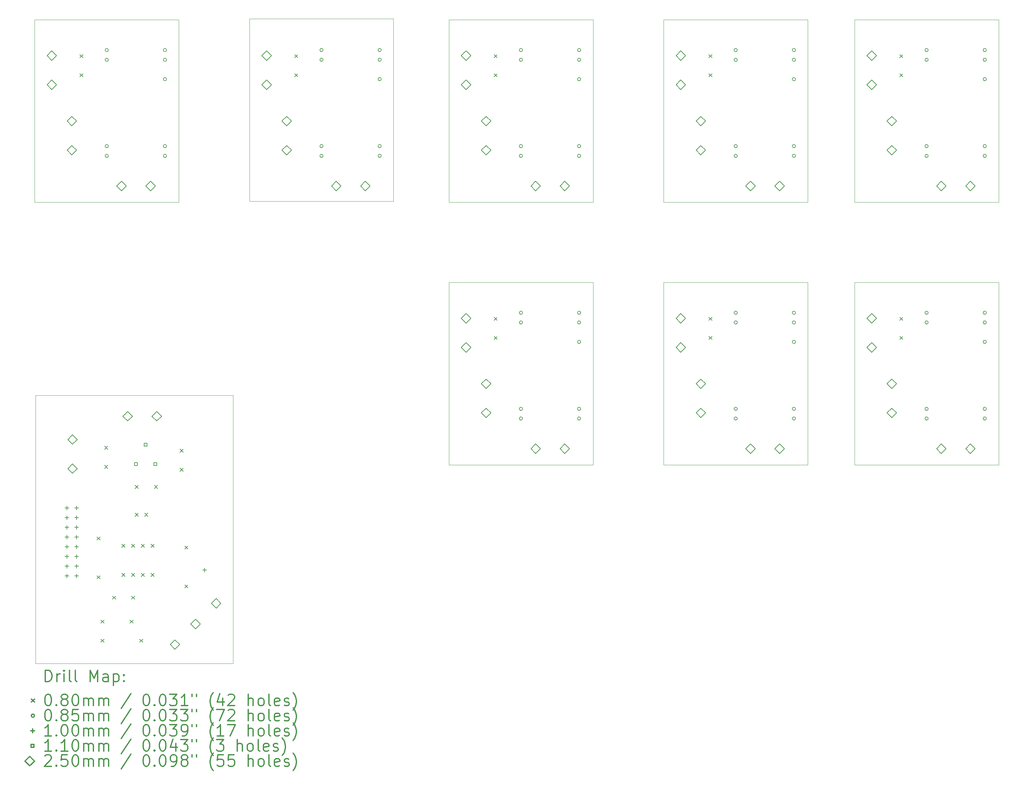
<source format=gbr>
%FSLAX45Y45*%
G04 Gerber Fmt 4.5, Leading zero omitted, Abs format (unit mm)*
G04 Created by KiCad (PCBNEW 5.1.5-1.fc30) date 2021-07-16 22:34:20*
%MOMM*%
%LPD*%
G04 APERTURE LIST*
%TA.AperFunction,Profile*%
%ADD10C,0.100000*%
%TD*%
%ADD11C,0.200000*%
%ADD12C,0.300000*%
G04 APERTURE END LIST*
D10*
X7675000Y-11625000D02*
X7675000Y-18650000D01*
X2500000Y-11625000D02*
X7675000Y-11625000D01*
X2500000Y-18650000D02*
X2500000Y-11625000D01*
X7675000Y-18650000D02*
X2500000Y-18650000D01*
X13325000Y-8675000D02*
X17100000Y-8675000D01*
X17100000Y-8675000D02*
X17100000Y-13450000D01*
X17100000Y-13450000D02*
X13325000Y-13450000D01*
X13325000Y-13450000D02*
X13325000Y-8675000D01*
X18950000Y-8675000D02*
X22725000Y-8675000D01*
X22725000Y-8675000D02*
X22725000Y-13450000D01*
X22725000Y-13450000D02*
X18950000Y-13450000D01*
X18950000Y-13450000D02*
X18950000Y-8675000D01*
X23950000Y-8675000D02*
X27725000Y-8675000D01*
X27725000Y-8675000D02*
X27725000Y-13450000D01*
X27725000Y-13450000D02*
X23950000Y-13450000D01*
X23950000Y-13450000D02*
X23950000Y-8675000D01*
X23950000Y-1800000D02*
X27725000Y-1800000D01*
X27725000Y-1800000D02*
X27725000Y-6575000D01*
X27725000Y-6575000D02*
X23950000Y-6575000D01*
X23950000Y-6575000D02*
X23950000Y-1800000D01*
X18950000Y-1800000D02*
X22725000Y-1800000D01*
X22725000Y-1800000D02*
X22725000Y-6575000D01*
X22725000Y-6575000D02*
X18950000Y-6575000D01*
X18950000Y-6575000D02*
X18950000Y-1800000D01*
X13325000Y-1800000D02*
X17100000Y-1800000D01*
X17100000Y-1800000D02*
X17100000Y-6575000D01*
X17100000Y-6575000D02*
X13325000Y-6575000D01*
X13325000Y-6575000D02*
X13325000Y-1800000D01*
X11875000Y-1775000D02*
X11875000Y-6550000D01*
X11875000Y-6550000D02*
X8100000Y-6550000D01*
X8100000Y-1775000D02*
X11875000Y-1775000D01*
X8100000Y-6550000D02*
X8100000Y-1775000D01*
X6250000Y-1800000D02*
X6250000Y-6575000D01*
X2475000Y-1800000D02*
X6250000Y-1800000D01*
X2475000Y-6575000D02*
X2475000Y-1800000D01*
X6250000Y-6575000D02*
X2475000Y-6575000D01*
D11*
X6410000Y-15569000D02*
X6490000Y-15649000D01*
X6490000Y-15569000D02*
X6410000Y-15649000D01*
X6410000Y-16585000D02*
X6490000Y-16665000D01*
X6490000Y-16585000D02*
X6410000Y-16665000D01*
X4210000Y-17510000D02*
X4290000Y-17590000D01*
X4290000Y-17510000D02*
X4210000Y-17590000D01*
X4972000Y-17510000D02*
X5052000Y-17590000D01*
X5052000Y-17510000D02*
X4972000Y-17590000D01*
X25135000Y-9585000D02*
X25215000Y-9665000D01*
X25215000Y-9585000D02*
X25135000Y-9665000D01*
X25135000Y-10085000D02*
X25215000Y-10165000D01*
X25215000Y-10085000D02*
X25135000Y-10165000D01*
X5110000Y-14710000D02*
X5190000Y-14790000D01*
X5190000Y-14710000D02*
X5110000Y-14790000D01*
X5360000Y-14710000D02*
X5440000Y-14790000D01*
X5440000Y-14710000D02*
X5360000Y-14790000D01*
X4210000Y-18010000D02*
X4290000Y-18090000D01*
X4290000Y-18010000D02*
X4210000Y-18090000D01*
X5226000Y-18010000D02*
X5306000Y-18090000D01*
X5306000Y-18010000D02*
X5226000Y-18090000D01*
X5110000Y-13985000D02*
X5190000Y-14065000D01*
X5190000Y-13985000D02*
X5110000Y-14065000D01*
X5610000Y-13985000D02*
X5690000Y-14065000D01*
X5690000Y-13985000D02*
X5610000Y-14065000D01*
X14510000Y-9585000D02*
X14590000Y-9665000D01*
X14590000Y-9585000D02*
X14510000Y-9665000D01*
X14510000Y-10085000D02*
X14590000Y-10165000D01*
X14590000Y-10085000D02*
X14510000Y-10165000D01*
X3660000Y-2710000D02*
X3740000Y-2790000D01*
X3740000Y-2710000D02*
X3660000Y-2790000D01*
X3660000Y-3210000D02*
X3740000Y-3290000D01*
X3740000Y-3210000D02*
X3660000Y-3290000D01*
X4110000Y-15335000D02*
X4190000Y-15415000D01*
X4190000Y-15335000D02*
X4110000Y-15415000D01*
X4110000Y-16351000D02*
X4190000Y-16431000D01*
X4190000Y-16351000D02*
X4110000Y-16431000D01*
X25135000Y-2710000D02*
X25215000Y-2790000D01*
X25215000Y-2710000D02*
X25135000Y-2790000D01*
X25135000Y-3210000D02*
X25215000Y-3290000D01*
X25215000Y-3210000D02*
X25135000Y-3290000D01*
X9285000Y-2710000D02*
X9365000Y-2790000D01*
X9365000Y-2710000D02*
X9285000Y-2790000D01*
X9285000Y-3210000D02*
X9365000Y-3290000D01*
X9365000Y-3210000D02*
X9285000Y-3290000D01*
X14510000Y-2710000D02*
X14590000Y-2790000D01*
X14590000Y-2710000D02*
X14510000Y-2790000D01*
X14510000Y-3210000D02*
X14590000Y-3290000D01*
X14590000Y-3210000D02*
X14510000Y-3290000D01*
X4310000Y-12960000D02*
X4390000Y-13040000D01*
X4390000Y-12960000D02*
X4310000Y-13040000D01*
X4310000Y-13460000D02*
X4390000Y-13540000D01*
X4390000Y-13460000D02*
X4310000Y-13540000D01*
X20135000Y-9585000D02*
X20215000Y-9665000D01*
X20215000Y-9585000D02*
X20135000Y-9665000D01*
X20135000Y-10085000D02*
X20215000Y-10165000D01*
X20215000Y-10085000D02*
X20135000Y-10165000D01*
X20135000Y-2710000D02*
X20215000Y-2790000D01*
X20215000Y-2710000D02*
X20135000Y-2790000D01*
X20135000Y-3210000D02*
X20215000Y-3290000D01*
X20215000Y-3210000D02*
X20135000Y-3290000D01*
X4760000Y-15523000D02*
X4840000Y-15603000D01*
X4840000Y-15523000D02*
X4760000Y-15603000D01*
X4760000Y-16285000D02*
X4840000Y-16365000D01*
X4840000Y-16285000D02*
X4760000Y-16365000D01*
X5014000Y-15523000D02*
X5094000Y-15603000D01*
X5094000Y-15523000D02*
X5014000Y-15603000D01*
X5014000Y-16285000D02*
X5094000Y-16365000D01*
X5094000Y-16285000D02*
X5014000Y-16365000D01*
X5268000Y-15523000D02*
X5348000Y-15603000D01*
X5348000Y-15523000D02*
X5268000Y-15603000D01*
X5268000Y-16285000D02*
X5348000Y-16365000D01*
X5348000Y-16285000D02*
X5268000Y-16365000D01*
X5522000Y-15523000D02*
X5602000Y-15603000D01*
X5602000Y-15523000D02*
X5522000Y-15603000D01*
X5522000Y-16285000D02*
X5602000Y-16365000D01*
X5602000Y-16285000D02*
X5522000Y-16365000D01*
X6285000Y-13035000D02*
X6365000Y-13115000D01*
X6365000Y-13035000D02*
X6285000Y-13115000D01*
X6285000Y-13535000D02*
X6365000Y-13615000D01*
X6365000Y-13535000D02*
X6285000Y-13615000D01*
X4515627Y-16882379D02*
X4595627Y-16962379D01*
X4595627Y-16882379D02*
X4515627Y-16962379D01*
X5015627Y-16882379D02*
X5095627Y-16962379D01*
X5095627Y-16882379D02*
X5015627Y-16962379D01*
X20880500Y-9466000D02*
G75*
G03X20880500Y-9466000I-42500J0D01*
G01*
X20880500Y-9720000D02*
G75*
G03X20880500Y-9720000I-42500J0D01*
G01*
X20880500Y-11980000D02*
G75*
G03X20880500Y-11980000I-42500J0D01*
G01*
X20880500Y-12234000D02*
G75*
G03X20880500Y-12234000I-42500J0D01*
G01*
X22404500Y-9466000D02*
G75*
G03X22404500Y-9466000I-42500J0D01*
G01*
X22404500Y-9720000D02*
G75*
G03X22404500Y-9720000I-42500J0D01*
G01*
X22404500Y-10228000D02*
G75*
G03X22404500Y-10228000I-42500J0D01*
G01*
X22404500Y-11980000D02*
G75*
G03X22404500Y-11980000I-42500J0D01*
G01*
X22404500Y-12234000D02*
G75*
G03X22404500Y-12234000I-42500J0D01*
G01*
X15255500Y-2591000D02*
G75*
G03X15255500Y-2591000I-42500J0D01*
G01*
X15255500Y-2845000D02*
G75*
G03X15255500Y-2845000I-42500J0D01*
G01*
X15255500Y-5105000D02*
G75*
G03X15255500Y-5105000I-42500J0D01*
G01*
X15255500Y-5359000D02*
G75*
G03X15255500Y-5359000I-42500J0D01*
G01*
X16779500Y-2591000D02*
G75*
G03X16779500Y-2591000I-42500J0D01*
G01*
X16779500Y-2845000D02*
G75*
G03X16779500Y-2845000I-42500J0D01*
G01*
X16779500Y-3353000D02*
G75*
G03X16779500Y-3353000I-42500J0D01*
G01*
X16779500Y-5105000D02*
G75*
G03X16779500Y-5105000I-42500J0D01*
G01*
X16779500Y-5359000D02*
G75*
G03X16779500Y-5359000I-42500J0D01*
G01*
X15255500Y-9466000D02*
G75*
G03X15255500Y-9466000I-42500J0D01*
G01*
X15255500Y-9720000D02*
G75*
G03X15255500Y-9720000I-42500J0D01*
G01*
X15255500Y-11980000D02*
G75*
G03X15255500Y-11980000I-42500J0D01*
G01*
X15255500Y-12234000D02*
G75*
G03X15255500Y-12234000I-42500J0D01*
G01*
X16779500Y-9466000D02*
G75*
G03X16779500Y-9466000I-42500J0D01*
G01*
X16779500Y-9720000D02*
G75*
G03X16779500Y-9720000I-42500J0D01*
G01*
X16779500Y-10228000D02*
G75*
G03X16779500Y-10228000I-42500J0D01*
G01*
X16779500Y-11980000D02*
G75*
G03X16779500Y-11980000I-42500J0D01*
G01*
X16779500Y-12234000D02*
G75*
G03X16779500Y-12234000I-42500J0D01*
G01*
X4405500Y-2591000D02*
G75*
G03X4405500Y-2591000I-42500J0D01*
G01*
X4405500Y-2845000D02*
G75*
G03X4405500Y-2845000I-42500J0D01*
G01*
X4405500Y-5105000D02*
G75*
G03X4405500Y-5105000I-42500J0D01*
G01*
X4405500Y-5359000D02*
G75*
G03X4405500Y-5359000I-42500J0D01*
G01*
X5929500Y-2591000D02*
G75*
G03X5929500Y-2591000I-42500J0D01*
G01*
X5929500Y-2845000D02*
G75*
G03X5929500Y-2845000I-42500J0D01*
G01*
X5929500Y-3353000D02*
G75*
G03X5929500Y-3353000I-42500J0D01*
G01*
X5929500Y-5105000D02*
G75*
G03X5929500Y-5105000I-42500J0D01*
G01*
X5929500Y-5359000D02*
G75*
G03X5929500Y-5359000I-42500J0D01*
G01*
X10030500Y-2591000D02*
G75*
G03X10030500Y-2591000I-42500J0D01*
G01*
X10030500Y-2845000D02*
G75*
G03X10030500Y-2845000I-42500J0D01*
G01*
X10030500Y-5105000D02*
G75*
G03X10030500Y-5105000I-42500J0D01*
G01*
X10030500Y-5359000D02*
G75*
G03X10030500Y-5359000I-42500J0D01*
G01*
X11554500Y-2591000D02*
G75*
G03X11554500Y-2591000I-42500J0D01*
G01*
X11554500Y-2845000D02*
G75*
G03X11554500Y-2845000I-42500J0D01*
G01*
X11554500Y-3353000D02*
G75*
G03X11554500Y-3353000I-42500J0D01*
G01*
X11554500Y-5105000D02*
G75*
G03X11554500Y-5105000I-42500J0D01*
G01*
X11554500Y-5359000D02*
G75*
G03X11554500Y-5359000I-42500J0D01*
G01*
X20880500Y-2591000D02*
G75*
G03X20880500Y-2591000I-42500J0D01*
G01*
X20880500Y-2845000D02*
G75*
G03X20880500Y-2845000I-42500J0D01*
G01*
X20880500Y-5105000D02*
G75*
G03X20880500Y-5105000I-42500J0D01*
G01*
X20880500Y-5359000D02*
G75*
G03X20880500Y-5359000I-42500J0D01*
G01*
X22404500Y-2591000D02*
G75*
G03X22404500Y-2591000I-42500J0D01*
G01*
X22404500Y-2845000D02*
G75*
G03X22404500Y-2845000I-42500J0D01*
G01*
X22404500Y-3353000D02*
G75*
G03X22404500Y-3353000I-42500J0D01*
G01*
X22404500Y-5105000D02*
G75*
G03X22404500Y-5105000I-42500J0D01*
G01*
X22404500Y-5359000D02*
G75*
G03X22404500Y-5359000I-42500J0D01*
G01*
X25880500Y-9466000D02*
G75*
G03X25880500Y-9466000I-42500J0D01*
G01*
X25880500Y-9720000D02*
G75*
G03X25880500Y-9720000I-42500J0D01*
G01*
X25880500Y-11980000D02*
G75*
G03X25880500Y-11980000I-42500J0D01*
G01*
X25880500Y-12234000D02*
G75*
G03X25880500Y-12234000I-42500J0D01*
G01*
X27404500Y-9466000D02*
G75*
G03X27404500Y-9466000I-42500J0D01*
G01*
X27404500Y-9720000D02*
G75*
G03X27404500Y-9720000I-42500J0D01*
G01*
X27404500Y-10228000D02*
G75*
G03X27404500Y-10228000I-42500J0D01*
G01*
X27404500Y-11980000D02*
G75*
G03X27404500Y-11980000I-42500J0D01*
G01*
X27404500Y-12234000D02*
G75*
G03X27404500Y-12234000I-42500J0D01*
G01*
X25880500Y-2591000D02*
G75*
G03X25880500Y-2591000I-42500J0D01*
G01*
X25880500Y-2845000D02*
G75*
G03X25880500Y-2845000I-42500J0D01*
G01*
X25880500Y-5105000D02*
G75*
G03X25880500Y-5105000I-42500J0D01*
G01*
X25880500Y-5359000D02*
G75*
G03X25880500Y-5359000I-42500J0D01*
G01*
X27404500Y-2591000D02*
G75*
G03X27404500Y-2591000I-42500J0D01*
G01*
X27404500Y-2845000D02*
G75*
G03X27404500Y-2845000I-42500J0D01*
G01*
X27404500Y-3353000D02*
G75*
G03X27404500Y-3353000I-42500J0D01*
G01*
X27404500Y-5105000D02*
G75*
G03X27404500Y-5105000I-42500J0D01*
G01*
X27404500Y-5359000D02*
G75*
G03X27404500Y-5359000I-42500J0D01*
G01*
X6925000Y-16150000D02*
X6925000Y-16250000D01*
X6875000Y-16200000D02*
X6975000Y-16200000D01*
X3321000Y-14526000D02*
X3321000Y-14626000D01*
X3271000Y-14576000D02*
X3371000Y-14576000D01*
X3321000Y-14780000D02*
X3321000Y-14880000D01*
X3271000Y-14830000D02*
X3371000Y-14830000D01*
X3321000Y-15034000D02*
X3321000Y-15134000D01*
X3271000Y-15084000D02*
X3371000Y-15084000D01*
X3321000Y-15288000D02*
X3321000Y-15388000D01*
X3271000Y-15338000D02*
X3371000Y-15338000D01*
X3321000Y-15542000D02*
X3321000Y-15642000D01*
X3271000Y-15592000D02*
X3371000Y-15592000D01*
X3321000Y-15796000D02*
X3321000Y-15896000D01*
X3271000Y-15846000D02*
X3371000Y-15846000D01*
X3321000Y-16050000D02*
X3321000Y-16150000D01*
X3271000Y-16100000D02*
X3371000Y-16100000D01*
X3321000Y-16304000D02*
X3321000Y-16404000D01*
X3271000Y-16354000D02*
X3371000Y-16354000D01*
X3575000Y-14526000D02*
X3575000Y-14626000D01*
X3525000Y-14576000D02*
X3625000Y-14576000D01*
X3575000Y-14780000D02*
X3575000Y-14880000D01*
X3525000Y-14830000D02*
X3625000Y-14830000D01*
X3575000Y-15034000D02*
X3575000Y-15134000D01*
X3525000Y-15084000D02*
X3625000Y-15084000D01*
X3575000Y-15288000D02*
X3575000Y-15388000D01*
X3525000Y-15338000D02*
X3625000Y-15338000D01*
X3575000Y-15542000D02*
X3575000Y-15642000D01*
X3525000Y-15592000D02*
X3625000Y-15592000D01*
X3575000Y-15796000D02*
X3575000Y-15896000D01*
X3525000Y-15846000D02*
X3625000Y-15846000D01*
X3575000Y-16050000D02*
X3575000Y-16150000D01*
X3525000Y-16100000D02*
X3625000Y-16100000D01*
X3575000Y-16304000D02*
X3575000Y-16404000D01*
X3525000Y-16354000D02*
X3625000Y-16354000D01*
X5163891Y-13463891D02*
X5163891Y-13386109D01*
X5086109Y-13386109D01*
X5086109Y-13463891D01*
X5163891Y-13463891D01*
X5417891Y-12955891D02*
X5417891Y-12878109D01*
X5340109Y-12878109D01*
X5340109Y-12955891D01*
X5417891Y-12955891D01*
X5671891Y-13463891D02*
X5671891Y-13386109D01*
X5594109Y-13386109D01*
X5594109Y-13463891D01*
X5671891Y-13463891D01*
X10375000Y-6274968D02*
X10499968Y-6150000D01*
X10375000Y-6025032D01*
X10250032Y-6150000D01*
X10375000Y-6274968D01*
X11137000Y-6274968D02*
X11261968Y-6150000D01*
X11137000Y-6025032D01*
X11012032Y-6150000D01*
X11137000Y-6274968D01*
X14300000Y-11449968D02*
X14424968Y-11325000D01*
X14300000Y-11200032D01*
X14175032Y-11325000D01*
X14300000Y-11449968D01*
X14300000Y-12211968D02*
X14424968Y-12087000D01*
X14300000Y-11962032D01*
X14175032Y-12087000D01*
X14300000Y-12211968D01*
X9075000Y-4574968D02*
X9199968Y-4450000D01*
X9075000Y-4325032D01*
X8950032Y-4450000D01*
X9075000Y-4574968D01*
X9075000Y-5336968D02*
X9199968Y-5212000D01*
X9075000Y-5087032D01*
X8950032Y-5212000D01*
X9075000Y-5336968D01*
X26225000Y-6274968D02*
X26349968Y-6150000D01*
X26225000Y-6025032D01*
X26100032Y-6150000D01*
X26225000Y-6274968D01*
X26987000Y-6274968D02*
X27111968Y-6150000D01*
X26987000Y-6025032D01*
X26862032Y-6150000D01*
X26987000Y-6274968D01*
X13775000Y-9737968D02*
X13899968Y-9613000D01*
X13775000Y-9488032D01*
X13650032Y-9613000D01*
X13775000Y-9737968D01*
X13775000Y-10499968D02*
X13899968Y-10375000D01*
X13775000Y-10250032D01*
X13650032Y-10375000D01*
X13775000Y-10499968D01*
X4913000Y-12299968D02*
X5037968Y-12175000D01*
X4913000Y-12050032D01*
X4788032Y-12175000D01*
X4913000Y-12299968D01*
X5675000Y-12299968D02*
X5799968Y-12175000D01*
X5675000Y-12050032D01*
X5550032Y-12175000D01*
X5675000Y-12299968D01*
X24400000Y-2862968D02*
X24524968Y-2738000D01*
X24400000Y-2613032D01*
X24275032Y-2738000D01*
X24400000Y-2862968D01*
X24400000Y-3624968D02*
X24524968Y-3500000D01*
X24400000Y-3375032D01*
X24275032Y-3500000D01*
X24400000Y-3624968D01*
X3466861Y-12909609D02*
X3591829Y-12784641D01*
X3466861Y-12659673D01*
X3341893Y-12784641D01*
X3466861Y-12909609D01*
X3466861Y-13671609D02*
X3591829Y-13546641D01*
X3466861Y-13421673D01*
X3341893Y-13546641D01*
X3466861Y-13671609D01*
X19925000Y-11449968D02*
X20049968Y-11325000D01*
X19925000Y-11200032D01*
X19800032Y-11325000D01*
X19925000Y-11449968D01*
X19925000Y-12211968D02*
X20049968Y-12087000D01*
X19925000Y-11962032D01*
X19800032Y-12087000D01*
X19925000Y-12211968D01*
X24400000Y-9737968D02*
X24524968Y-9613000D01*
X24400000Y-9488032D01*
X24275032Y-9613000D01*
X24400000Y-9737968D01*
X24400000Y-10499968D02*
X24524968Y-10375000D01*
X24400000Y-10250032D01*
X24275032Y-10375000D01*
X24400000Y-10499968D01*
X19925000Y-4574968D02*
X20049968Y-4450000D01*
X19925000Y-4325032D01*
X19800032Y-4450000D01*
X19925000Y-4574968D01*
X19925000Y-5336968D02*
X20049968Y-5212000D01*
X19925000Y-5087032D01*
X19800032Y-5212000D01*
X19925000Y-5336968D01*
X3450000Y-4574968D02*
X3574968Y-4450000D01*
X3450000Y-4325032D01*
X3325032Y-4450000D01*
X3450000Y-4574968D01*
X3450000Y-5336968D02*
X3574968Y-5212000D01*
X3450000Y-5087032D01*
X3325032Y-5212000D01*
X3450000Y-5336968D01*
X6150000Y-18274968D02*
X6274968Y-18150000D01*
X6150000Y-18025032D01*
X6025032Y-18150000D01*
X6150000Y-18274968D01*
X6688815Y-17736153D02*
X6813783Y-17611185D01*
X6688815Y-17486217D01*
X6563847Y-17611185D01*
X6688815Y-17736153D01*
X7227631Y-17197337D02*
X7352599Y-17072369D01*
X7227631Y-16947401D01*
X7102663Y-17072369D01*
X7227631Y-17197337D01*
X19400000Y-2862968D02*
X19524968Y-2738000D01*
X19400000Y-2613032D01*
X19275032Y-2738000D01*
X19400000Y-2862968D01*
X19400000Y-3624968D02*
X19524968Y-3500000D01*
X19400000Y-3375032D01*
X19275032Y-3500000D01*
X19400000Y-3624968D01*
X21225000Y-6274968D02*
X21349968Y-6150000D01*
X21225000Y-6025032D01*
X21100032Y-6150000D01*
X21225000Y-6274968D01*
X21987000Y-6274968D02*
X22111968Y-6150000D01*
X21987000Y-6025032D01*
X21862032Y-6150000D01*
X21987000Y-6274968D01*
X8550000Y-2862968D02*
X8674968Y-2738000D01*
X8550000Y-2613032D01*
X8425032Y-2738000D01*
X8550000Y-2862968D01*
X8550000Y-3624968D02*
X8674968Y-3500000D01*
X8550000Y-3375032D01*
X8425032Y-3500000D01*
X8550000Y-3624968D01*
X24925000Y-4574968D02*
X25049968Y-4450000D01*
X24925000Y-4325032D01*
X24800032Y-4450000D01*
X24925000Y-4574968D01*
X24925000Y-5336968D02*
X25049968Y-5212000D01*
X24925000Y-5087032D01*
X24800032Y-5212000D01*
X24925000Y-5336968D01*
X13775000Y-2862968D02*
X13899968Y-2738000D01*
X13775000Y-2613032D01*
X13650032Y-2738000D01*
X13775000Y-2862968D01*
X13775000Y-3624968D02*
X13899968Y-3500000D01*
X13775000Y-3375032D01*
X13650032Y-3500000D01*
X13775000Y-3624968D01*
X2925000Y-2862968D02*
X3049968Y-2738000D01*
X2925000Y-2613032D01*
X2800032Y-2738000D01*
X2925000Y-2862968D01*
X2925000Y-3624968D02*
X3049968Y-3500000D01*
X2925000Y-3375032D01*
X2800032Y-3500000D01*
X2925000Y-3624968D01*
X4750000Y-6274968D02*
X4874968Y-6150000D01*
X4750000Y-6025032D01*
X4625032Y-6150000D01*
X4750000Y-6274968D01*
X5512000Y-6274968D02*
X5636968Y-6150000D01*
X5512000Y-6025032D01*
X5387032Y-6150000D01*
X5512000Y-6274968D01*
X24925000Y-11449968D02*
X25049968Y-11325000D01*
X24925000Y-11200032D01*
X24800032Y-11325000D01*
X24925000Y-11449968D01*
X24925000Y-12211968D02*
X25049968Y-12087000D01*
X24925000Y-11962032D01*
X24800032Y-12087000D01*
X24925000Y-12211968D01*
X15600000Y-6274968D02*
X15724968Y-6150000D01*
X15600000Y-6025032D01*
X15475032Y-6150000D01*
X15600000Y-6274968D01*
X16362000Y-6274968D02*
X16486968Y-6150000D01*
X16362000Y-6025032D01*
X16237032Y-6150000D01*
X16362000Y-6274968D01*
X26225000Y-13149968D02*
X26349968Y-13025000D01*
X26225000Y-12900032D01*
X26100032Y-13025000D01*
X26225000Y-13149968D01*
X26987000Y-13149968D02*
X27111968Y-13025000D01*
X26987000Y-12900032D01*
X26862032Y-13025000D01*
X26987000Y-13149968D01*
X15600000Y-13149968D02*
X15724968Y-13025000D01*
X15600000Y-12900032D01*
X15475032Y-13025000D01*
X15600000Y-13149968D01*
X16362000Y-13149968D02*
X16486968Y-13025000D01*
X16362000Y-12900032D01*
X16237032Y-13025000D01*
X16362000Y-13149968D01*
X14300000Y-4574968D02*
X14424968Y-4450000D01*
X14300000Y-4325032D01*
X14175032Y-4450000D01*
X14300000Y-4574968D01*
X14300000Y-5336968D02*
X14424968Y-5212000D01*
X14300000Y-5087032D01*
X14175032Y-5212000D01*
X14300000Y-5336968D01*
X21225000Y-13149968D02*
X21349968Y-13025000D01*
X21225000Y-12900032D01*
X21100032Y-13025000D01*
X21225000Y-13149968D01*
X21987000Y-13149968D02*
X22111968Y-13025000D01*
X21987000Y-12900032D01*
X21862032Y-13025000D01*
X21987000Y-13149968D01*
X19400000Y-9737968D02*
X19524968Y-9613000D01*
X19400000Y-9488032D01*
X19275032Y-9613000D01*
X19400000Y-9737968D01*
X19400000Y-10499968D02*
X19524968Y-10375000D01*
X19400000Y-10250032D01*
X19275032Y-10375000D01*
X19400000Y-10499968D01*
D12*
X2756428Y-19120714D02*
X2756428Y-18820714D01*
X2827857Y-18820714D01*
X2870714Y-18835000D01*
X2899286Y-18863572D01*
X2913571Y-18892143D01*
X2927857Y-18949286D01*
X2927857Y-18992143D01*
X2913571Y-19049286D01*
X2899286Y-19077857D01*
X2870714Y-19106429D01*
X2827857Y-19120714D01*
X2756428Y-19120714D01*
X3056428Y-19120714D02*
X3056428Y-18920714D01*
X3056428Y-18977857D02*
X3070714Y-18949286D01*
X3085000Y-18935000D01*
X3113571Y-18920714D01*
X3142143Y-18920714D01*
X3242143Y-19120714D02*
X3242143Y-18920714D01*
X3242143Y-18820714D02*
X3227857Y-18835000D01*
X3242143Y-18849286D01*
X3256428Y-18835000D01*
X3242143Y-18820714D01*
X3242143Y-18849286D01*
X3427857Y-19120714D02*
X3399286Y-19106429D01*
X3385000Y-19077857D01*
X3385000Y-18820714D01*
X3585000Y-19120714D02*
X3556428Y-19106429D01*
X3542143Y-19077857D01*
X3542143Y-18820714D01*
X3927857Y-19120714D02*
X3927857Y-18820714D01*
X4027857Y-19035000D01*
X4127857Y-18820714D01*
X4127857Y-19120714D01*
X4399286Y-19120714D02*
X4399286Y-18963572D01*
X4385000Y-18935000D01*
X4356428Y-18920714D01*
X4299286Y-18920714D01*
X4270714Y-18935000D01*
X4399286Y-19106429D02*
X4370714Y-19120714D01*
X4299286Y-19120714D01*
X4270714Y-19106429D01*
X4256428Y-19077857D01*
X4256428Y-19049286D01*
X4270714Y-19020714D01*
X4299286Y-19006429D01*
X4370714Y-19006429D01*
X4399286Y-18992143D01*
X4542143Y-18920714D02*
X4542143Y-19220714D01*
X4542143Y-18935000D02*
X4570714Y-18920714D01*
X4627857Y-18920714D01*
X4656428Y-18935000D01*
X4670714Y-18949286D01*
X4685000Y-18977857D01*
X4685000Y-19063572D01*
X4670714Y-19092143D01*
X4656428Y-19106429D01*
X4627857Y-19120714D01*
X4570714Y-19120714D01*
X4542143Y-19106429D01*
X4813571Y-19092143D02*
X4827857Y-19106429D01*
X4813571Y-19120714D01*
X4799286Y-19106429D01*
X4813571Y-19092143D01*
X4813571Y-19120714D01*
X4813571Y-18935000D02*
X4827857Y-18949286D01*
X4813571Y-18963572D01*
X4799286Y-18949286D01*
X4813571Y-18935000D01*
X4813571Y-18963572D01*
X2390000Y-19575000D02*
X2470000Y-19655000D01*
X2470000Y-19575000D02*
X2390000Y-19655000D01*
X2813571Y-19450714D02*
X2842143Y-19450714D01*
X2870714Y-19465000D01*
X2885000Y-19479286D01*
X2899286Y-19507857D01*
X2913571Y-19565000D01*
X2913571Y-19636429D01*
X2899286Y-19693572D01*
X2885000Y-19722143D01*
X2870714Y-19736429D01*
X2842143Y-19750714D01*
X2813571Y-19750714D01*
X2785000Y-19736429D01*
X2770714Y-19722143D01*
X2756428Y-19693572D01*
X2742143Y-19636429D01*
X2742143Y-19565000D01*
X2756428Y-19507857D01*
X2770714Y-19479286D01*
X2785000Y-19465000D01*
X2813571Y-19450714D01*
X3042143Y-19722143D02*
X3056428Y-19736429D01*
X3042143Y-19750714D01*
X3027857Y-19736429D01*
X3042143Y-19722143D01*
X3042143Y-19750714D01*
X3227857Y-19579286D02*
X3199286Y-19565000D01*
X3185000Y-19550714D01*
X3170714Y-19522143D01*
X3170714Y-19507857D01*
X3185000Y-19479286D01*
X3199286Y-19465000D01*
X3227857Y-19450714D01*
X3285000Y-19450714D01*
X3313571Y-19465000D01*
X3327857Y-19479286D01*
X3342143Y-19507857D01*
X3342143Y-19522143D01*
X3327857Y-19550714D01*
X3313571Y-19565000D01*
X3285000Y-19579286D01*
X3227857Y-19579286D01*
X3199286Y-19593572D01*
X3185000Y-19607857D01*
X3170714Y-19636429D01*
X3170714Y-19693572D01*
X3185000Y-19722143D01*
X3199286Y-19736429D01*
X3227857Y-19750714D01*
X3285000Y-19750714D01*
X3313571Y-19736429D01*
X3327857Y-19722143D01*
X3342143Y-19693572D01*
X3342143Y-19636429D01*
X3327857Y-19607857D01*
X3313571Y-19593572D01*
X3285000Y-19579286D01*
X3527857Y-19450714D02*
X3556428Y-19450714D01*
X3585000Y-19465000D01*
X3599286Y-19479286D01*
X3613571Y-19507857D01*
X3627857Y-19565000D01*
X3627857Y-19636429D01*
X3613571Y-19693572D01*
X3599286Y-19722143D01*
X3585000Y-19736429D01*
X3556428Y-19750714D01*
X3527857Y-19750714D01*
X3499286Y-19736429D01*
X3485000Y-19722143D01*
X3470714Y-19693572D01*
X3456428Y-19636429D01*
X3456428Y-19565000D01*
X3470714Y-19507857D01*
X3485000Y-19479286D01*
X3499286Y-19465000D01*
X3527857Y-19450714D01*
X3756428Y-19750714D02*
X3756428Y-19550714D01*
X3756428Y-19579286D02*
X3770714Y-19565000D01*
X3799286Y-19550714D01*
X3842143Y-19550714D01*
X3870714Y-19565000D01*
X3885000Y-19593572D01*
X3885000Y-19750714D01*
X3885000Y-19593572D02*
X3899286Y-19565000D01*
X3927857Y-19550714D01*
X3970714Y-19550714D01*
X3999286Y-19565000D01*
X4013571Y-19593572D01*
X4013571Y-19750714D01*
X4156428Y-19750714D02*
X4156428Y-19550714D01*
X4156428Y-19579286D02*
X4170714Y-19565000D01*
X4199286Y-19550714D01*
X4242143Y-19550714D01*
X4270714Y-19565000D01*
X4285000Y-19593572D01*
X4285000Y-19750714D01*
X4285000Y-19593572D02*
X4299286Y-19565000D01*
X4327857Y-19550714D01*
X4370714Y-19550714D01*
X4399286Y-19565000D01*
X4413571Y-19593572D01*
X4413571Y-19750714D01*
X4999286Y-19436429D02*
X4742143Y-19822143D01*
X5385000Y-19450714D02*
X5413571Y-19450714D01*
X5442143Y-19465000D01*
X5456428Y-19479286D01*
X5470714Y-19507857D01*
X5485000Y-19565000D01*
X5485000Y-19636429D01*
X5470714Y-19693572D01*
X5456428Y-19722143D01*
X5442143Y-19736429D01*
X5413571Y-19750714D01*
X5385000Y-19750714D01*
X5356428Y-19736429D01*
X5342143Y-19722143D01*
X5327857Y-19693572D01*
X5313571Y-19636429D01*
X5313571Y-19565000D01*
X5327857Y-19507857D01*
X5342143Y-19479286D01*
X5356428Y-19465000D01*
X5385000Y-19450714D01*
X5613571Y-19722143D02*
X5627857Y-19736429D01*
X5613571Y-19750714D01*
X5599286Y-19736429D01*
X5613571Y-19722143D01*
X5613571Y-19750714D01*
X5813571Y-19450714D02*
X5842143Y-19450714D01*
X5870714Y-19465000D01*
X5885000Y-19479286D01*
X5899286Y-19507857D01*
X5913571Y-19565000D01*
X5913571Y-19636429D01*
X5899286Y-19693572D01*
X5885000Y-19722143D01*
X5870714Y-19736429D01*
X5842143Y-19750714D01*
X5813571Y-19750714D01*
X5785000Y-19736429D01*
X5770714Y-19722143D01*
X5756428Y-19693572D01*
X5742143Y-19636429D01*
X5742143Y-19565000D01*
X5756428Y-19507857D01*
X5770714Y-19479286D01*
X5785000Y-19465000D01*
X5813571Y-19450714D01*
X6013571Y-19450714D02*
X6199286Y-19450714D01*
X6099286Y-19565000D01*
X6142143Y-19565000D01*
X6170714Y-19579286D01*
X6185000Y-19593572D01*
X6199286Y-19622143D01*
X6199286Y-19693572D01*
X6185000Y-19722143D01*
X6170714Y-19736429D01*
X6142143Y-19750714D01*
X6056428Y-19750714D01*
X6027857Y-19736429D01*
X6013571Y-19722143D01*
X6485000Y-19750714D02*
X6313571Y-19750714D01*
X6399286Y-19750714D02*
X6399286Y-19450714D01*
X6370714Y-19493572D01*
X6342143Y-19522143D01*
X6313571Y-19536429D01*
X6599286Y-19450714D02*
X6599286Y-19507857D01*
X6713571Y-19450714D02*
X6713571Y-19507857D01*
X7156428Y-19865000D02*
X7142143Y-19850714D01*
X7113571Y-19807857D01*
X7099286Y-19779286D01*
X7085000Y-19736429D01*
X7070714Y-19665000D01*
X7070714Y-19607857D01*
X7085000Y-19536429D01*
X7099286Y-19493572D01*
X7113571Y-19465000D01*
X7142143Y-19422143D01*
X7156428Y-19407857D01*
X7399286Y-19550714D02*
X7399286Y-19750714D01*
X7327857Y-19436429D02*
X7256428Y-19650714D01*
X7442143Y-19650714D01*
X7542143Y-19479286D02*
X7556428Y-19465000D01*
X7585000Y-19450714D01*
X7656428Y-19450714D01*
X7685000Y-19465000D01*
X7699286Y-19479286D01*
X7713571Y-19507857D01*
X7713571Y-19536429D01*
X7699286Y-19579286D01*
X7527857Y-19750714D01*
X7713571Y-19750714D01*
X8070714Y-19750714D02*
X8070714Y-19450714D01*
X8199286Y-19750714D02*
X8199286Y-19593572D01*
X8185000Y-19565000D01*
X8156428Y-19550714D01*
X8113571Y-19550714D01*
X8085000Y-19565000D01*
X8070714Y-19579286D01*
X8385000Y-19750714D02*
X8356428Y-19736429D01*
X8342143Y-19722143D01*
X8327857Y-19693572D01*
X8327857Y-19607857D01*
X8342143Y-19579286D01*
X8356428Y-19565000D01*
X8385000Y-19550714D01*
X8427857Y-19550714D01*
X8456428Y-19565000D01*
X8470714Y-19579286D01*
X8485000Y-19607857D01*
X8485000Y-19693572D01*
X8470714Y-19722143D01*
X8456428Y-19736429D01*
X8427857Y-19750714D01*
X8385000Y-19750714D01*
X8656428Y-19750714D02*
X8627857Y-19736429D01*
X8613571Y-19707857D01*
X8613571Y-19450714D01*
X8885000Y-19736429D02*
X8856428Y-19750714D01*
X8799286Y-19750714D01*
X8770714Y-19736429D01*
X8756428Y-19707857D01*
X8756428Y-19593572D01*
X8770714Y-19565000D01*
X8799286Y-19550714D01*
X8856428Y-19550714D01*
X8885000Y-19565000D01*
X8899286Y-19593572D01*
X8899286Y-19622143D01*
X8756428Y-19650714D01*
X9013571Y-19736429D02*
X9042143Y-19750714D01*
X9099286Y-19750714D01*
X9127857Y-19736429D01*
X9142143Y-19707857D01*
X9142143Y-19693572D01*
X9127857Y-19665000D01*
X9099286Y-19650714D01*
X9056428Y-19650714D01*
X9027857Y-19636429D01*
X9013571Y-19607857D01*
X9013571Y-19593572D01*
X9027857Y-19565000D01*
X9056428Y-19550714D01*
X9099286Y-19550714D01*
X9127857Y-19565000D01*
X9242143Y-19865000D02*
X9256428Y-19850714D01*
X9285000Y-19807857D01*
X9299286Y-19779286D01*
X9313571Y-19736429D01*
X9327857Y-19665000D01*
X9327857Y-19607857D01*
X9313571Y-19536429D01*
X9299286Y-19493572D01*
X9285000Y-19465000D01*
X9256428Y-19422143D01*
X9242143Y-19407857D01*
X2470000Y-20011000D02*
G75*
G03X2470000Y-20011000I-42500J0D01*
G01*
X2813571Y-19846714D02*
X2842143Y-19846714D01*
X2870714Y-19861000D01*
X2885000Y-19875286D01*
X2899286Y-19903857D01*
X2913571Y-19961000D01*
X2913571Y-20032429D01*
X2899286Y-20089572D01*
X2885000Y-20118143D01*
X2870714Y-20132429D01*
X2842143Y-20146714D01*
X2813571Y-20146714D01*
X2785000Y-20132429D01*
X2770714Y-20118143D01*
X2756428Y-20089572D01*
X2742143Y-20032429D01*
X2742143Y-19961000D01*
X2756428Y-19903857D01*
X2770714Y-19875286D01*
X2785000Y-19861000D01*
X2813571Y-19846714D01*
X3042143Y-20118143D02*
X3056428Y-20132429D01*
X3042143Y-20146714D01*
X3027857Y-20132429D01*
X3042143Y-20118143D01*
X3042143Y-20146714D01*
X3227857Y-19975286D02*
X3199286Y-19961000D01*
X3185000Y-19946714D01*
X3170714Y-19918143D01*
X3170714Y-19903857D01*
X3185000Y-19875286D01*
X3199286Y-19861000D01*
X3227857Y-19846714D01*
X3285000Y-19846714D01*
X3313571Y-19861000D01*
X3327857Y-19875286D01*
X3342143Y-19903857D01*
X3342143Y-19918143D01*
X3327857Y-19946714D01*
X3313571Y-19961000D01*
X3285000Y-19975286D01*
X3227857Y-19975286D01*
X3199286Y-19989572D01*
X3185000Y-20003857D01*
X3170714Y-20032429D01*
X3170714Y-20089572D01*
X3185000Y-20118143D01*
X3199286Y-20132429D01*
X3227857Y-20146714D01*
X3285000Y-20146714D01*
X3313571Y-20132429D01*
X3327857Y-20118143D01*
X3342143Y-20089572D01*
X3342143Y-20032429D01*
X3327857Y-20003857D01*
X3313571Y-19989572D01*
X3285000Y-19975286D01*
X3613571Y-19846714D02*
X3470714Y-19846714D01*
X3456428Y-19989572D01*
X3470714Y-19975286D01*
X3499286Y-19961000D01*
X3570714Y-19961000D01*
X3599286Y-19975286D01*
X3613571Y-19989572D01*
X3627857Y-20018143D01*
X3627857Y-20089572D01*
X3613571Y-20118143D01*
X3599286Y-20132429D01*
X3570714Y-20146714D01*
X3499286Y-20146714D01*
X3470714Y-20132429D01*
X3456428Y-20118143D01*
X3756428Y-20146714D02*
X3756428Y-19946714D01*
X3756428Y-19975286D02*
X3770714Y-19961000D01*
X3799286Y-19946714D01*
X3842143Y-19946714D01*
X3870714Y-19961000D01*
X3885000Y-19989572D01*
X3885000Y-20146714D01*
X3885000Y-19989572D02*
X3899286Y-19961000D01*
X3927857Y-19946714D01*
X3970714Y-19946714D01*
X3999286Y-19961000D01*
X4013571Y-19989572D01*
X4013571Y-20146714D01*
X4156428Y-20146714D02*
X4156428Y-19946714D01*
X4156428Y-19975286D02*
X4170714Y-19961000D01*
X4199286Y-19946714D01*
X4242143Y-19946714D01*
X4270714Y-19961000D01*
X4285000Y-19989572D01*
X4285000Y-20146714D01*
X4285000Y-19989572D02*
X4299286Y-19961000D01*
X4327857Y-19946714D01*
X4370714Y-19946714D01*
X4399286Y-19961000D01*
X4413571Y-19989572D01*
X4413571Y-20146714D01*
X4999286Y-19832429D02*
X4742143Y-20218143D01*
X5385000Y-19846714D02*
X5413571Y-19846714D01*
X5442143Y-19861000D01*
X5456428Y-19875286D01*
X5470714Y-19903857D01*
X5485000Y-19961000D01*
X5485000Y-20032429D01*
X5470714Y-20089572D01*
X5456428Y-20118143D01*
X5442143Y-20132429D01*
X5413571Y-20146714D01*
X5385000Y-20146714D01*
X5356428Y-20132429D01*
X5342143Y-20118143D01*
X5327857Y-20089572D01*
X5313571Y-20032429D01*
X5313571Y-19961000D01*
X5327857Y-19903857D01*
X5342143Y-19875286D01*
X5356428Y-19861000D01*
X5385000Y-19846714D01*
X5613571Y-20118143D02*
X5627857Y-20132429D01*
X5613571Y-20146714D01*
X5599286Y-20132429D01*
X5613571Y-20118143D01*
X5613571Y-20146714D01*
X5813571Y-19846714D02*
X5842143Y-19846714D01*
X5870714Y-19861000D01*
X5885000Y-19875286D01*
X5899286Y-19903857D01*
X5913571Y-19961000D01*
X5913571Y-20032429D01*
X5899286Y-20089572D01*
X5885000Y-20118143D01*
X5870714Y-20132429D01*
X5842143Y-20146714D01*
X5813571Y-20146714D01*
X5785000Y-20132429D01*
X5770714Y-20118143D01*
X5756428Y-20089572D01*
X5742143Y-20032429D01*
X5742143Y-19961000D01*
X5756428Y-19903857D01*
X5770714Y-19875286D01*
X5785000Y-19861000D01*
X5813571Y-19846714D01*
X6013571Y-19846714D02*
X6199286Y-19846714D01*
X6099286Y-19961000D01*
X6142143Y-19961000D01*
X6170714Y-19975286D01*
X6185000Y-19989572D01*
X6199286Y-20018143D01*
X6199286Y-20089572D01*
X6185000Y-20118143D01*
X6170714Y-20132429D01*
X6142143Y-20146714D01*
X6056428Y-20146714D01*
X6027857Y-20132429D01*
X6013571Y-20118143D01*
X6299286Y-19846714D02*
X6485000Y-19846714D01*
X6385000Y-19961000D01*
X6427857Y-19961000D01*
X6456428Y-19975286D01*
X6470714Y-19989572D01*
X6485000Y-20018143D01*
X6485000Y-20089572D01*
X6470714Y-20118143D01*
X6456428Y-20132429D01*
X6427857Y-20146714D01*
X6342143Y-20146714D01*
X6313571Y-20132429D01*
X6299286Y-20118143D01*
X6599286Y-19846714D02*
X6599286Y-19903857D01*
X6713571Y-19846714D02*
X6713571Y-19903857D01*
X7156428Y-20261000D02*
X7142143Y-20246714D01*
X7113571Y-20203857D01*
X7099286Y-20175286D01*
X7085000Y-20132429D01*
X7070714Y-20061000D01*
X7070714Y-20003857D01*
X7085000Y-19932429D01*
X7099286Y-19889572D01*
X7113571Y-19861000D01*
X7142143Y-19818143D01*
X7156428Y-19803857D01*
X7242143Y-19846714D02*
X7442143Y-19846714D01*
X7313571Y-20146714D01*
X7542143Y-19875286D02*
X7556428Y-19861000D01*
X7585000Y-19846714D01*
X7656428Y-19846714D01*
X7685000Y-19861000D01*
X7699286Y-19875286D01*
X7713571Y-19903857D01*
X7713571Y-19932429D01*
X7699286Y-19975286D01*
X7527857Y-20146714D01*
X7713571Y-20146714D01*
X8070714Y-20146714D02*
X8070714Y-19846714D01*
X8199286Y-20146714D02*
X8199286Y-19989572D01*
X8185000Y-19961000D01*
X8156428Y-19946714D01*
X8113571Y-19946714D01*
X8085000Y-19961000D01*
X8070714Y-19975286D01*
X8385000Y-20146714D02*
X8356428Y-20132429D01*
X8342143Y-20118143D01*
X8327857Y-20089572D01*
X8327857Y-20003857D01*
X8342143Y-19975286D01*
X8356428Y-19961000D01*
X8385000Y-19946714D01*
X8427857Y-19946714D01*
X8456428Y-19961000D01*
X8470714Y-19975286D01*
X8485000Y-20003857D01*
X8485000Y-20089572D01*
X8470714Y-20118143D01*
X8456428Y-20132429D01*
X8427857Y-20146714D01*
X8385000Y-20146714D01*
X8656428Y-20146714D02*
X8627857Y-20132429D01*
X8613571Y-20103857D01*
X8613571Y-19846714D01*
X8885000Y-20132429D02*
X8856428Y-20146714D01*
X8799286Y-20146714D01*
X8770714Y-20132429D01*
X8756428Y-20103857D01*
X8756428Y-19989572D01*
X8770714Y-19961000D01*
X8799286Y-19946714D01*
X8856428Y-19946714D01*
X8885000Y-19961000D01*
X8899286Y-19989572D01*
X8899286Y-20018143D01*
X8756428Y-20046714D01*
X9013571Y-20132429D02*
X9042143Y-20146714D01*
X9099286Y-20146714D01*
X9127857Y-20132429D01*
X9142143Y-20103857D01*
X9142143Y-20089572D01*
X9127857Y-20061000D01*
X9099286Y-20046714D01*
X9056428Y-20046714D01*
X9027857Y-20032429D01*
X9013571Y-20003857D01*
X9013571Y-19989572D01*
X9027857Y-19961000D01*
X9056428Y-19946714D01*
X9099286Y-19946714D01*
X9127857Y-19961000D01*
X9242143Y-20261000D02*
X9256428Y-20246714D01*
X9285000Y-20203857D01*
X9299286Y-20175286D01*
X9313571Y-20132429D01*
X9327857Y-20061000D01*
X9327857Y-20003857D01*
X9313571Y-19932429D01*
X9299286Y-19889572D01*
X9285000Y-19861000D01*
X9256428Y-19818143D01*
X9242143Y-19803857D01*
X2420000Y-20357000D02*
X2420000Y-20457000D01*
X2370000Y-20407000D02*
X2470000Y-20407000D01*
X2913571Y-20542714D02*
X2742143Y-20542714D01*
X2827857Y-20542714D02*
X2827857Y-20242714D01*
X2799286Y-20285572D01*
X2770714Y-20314143D01*
X2742143Y-20328429D01*
X3042143Y-20514143D02*
X3056428Y-20528429D01*
X3042143Y-20542714D01*
X3027857Y-20528429D01*
X3042143Y-20514143D01*
X3042143Y-20542714D01*
X3242143Y-20242714D02*
X3270714Y-20242714D01*
X3299286Y-20257000D01*
X3313571Y-20271286D01*
X3327857Y-20299857D01*
X3342143Y-20357000D01*
X3342143Y-20428429D01*
X3327857Y-20485572D01*
X3313571Y-20514143D01*
X3299286Y-20528429D01*
X3270714Y-20542714D01*
X3242143Y-20542714D01*
X3213571Y-20528429D01*
X3199286Y-20514143D01*
X3185000Y-20485572D01*
X3170714Y-20428429D01*
X3170714Y-20357000D01*
X3185000Y-20299857D01*
X3199286Y-20271286D01*
X3213571Y-20257000D01*
X3242143Y-20242714D01*
X3527857Y-20242714D02*
X3556428Y-20242714D01*
X3585000Y-20257000D01*
X3599286Y-20271286D01*
X3613571Y-20299857D01*
X3627857Y-20357000D01*
X3627857Y-20428429D01*
X3613571Y-20485572D01*
X3599286Y-20514143D01*
X3585000Y-20528429D01*
X3556428Y-20542714D01*
X3527857Y-20542714D01*
X3499286Y-20528429D01*
X3485000Y-20514143D01*
X3470714Y-20485572D01*
X3456428Y-20428429D01*
X3456428Y-20357000D01*
X3470714Y-20299857D01*
X3485000Y-20271286D01*
X3499286Y-20257000D01*
X3527857Y-20242714D01*
X3756428Y-20542714D02*
X3756428Y-20342714D01*
X3756428Y-20371286D02*
X3770714Y-20357000D01*
X3799286Y-20342714D01*
X3842143Y-20342714D01*
X3870714Y-20357000D01*
X3885000Y-20385572D01*
X3885000Y-20542714D01*
X3885000Y-20385572D02*
X3899286Y-20357000D01*
X3927857Y-20342714D01*
X3970714Y-20342714D01*
X3999286Y-20357000D01*
X4013571Y-20385572D01*
X4013571Y-20542714D01*
X4156428Y-20542714D02*
X4156428Y-20342714D01*
X4156428Y-20371286D02*
X4170714Y-20357000D01*
X4199286Y-20342714D01*
X4242143Y-20342714D01*
X4270714Y-20357000D01*
X4285000Y-20385572D01*
X4285000Y-20542714D01*
X4285000Y-20385572D02*
X4299286Y-20357000D01*
X4327857Y-20342714D01*
X4370714Y-20342714D01*
X4399286Y-20357000D01*
X4413571Y-20385572D01*
X4413571Y-20542714D01*
X4999286Y-20228429D02*
X4742143Y-20614143D01*
X5385000Y-20242714D02*
X5413571Y-20242714D01*
X5442143Y-20257000D01*
X5456428Y-20271286D01*
X5470714Y-20299857D01*
X5485000Y-20357000D01*
X5485000Y-20428429D01*
X5470714Y-20485572D01*
X5456428Y-20514143D01*
X5442143Y-20528429D01*
X5413571Y-20542714D01*
X5385000Y-20542714D01*
X5356428Y-20528429D01*
X5342143Y-20514143D01*
X5327857Y-20485572D01*
X5313571Y-20428429D01*
X5313571Y-20357000D01*
X5327857Y-20299857D01*
X5342143Y-20271286D01*
X5356428Y-20257000D01*
X5385000Y-20242714D01*
X5613571Y-20514143D02*
X5627857Y-20528429D01*
X5613571Y-20542714D01*
X5599286Y-20528429D01*
X5613571Y-20514143D01*
X5613571Y-20542714D01*
X5813571Y-20242714D02*
X5842143Y-20242714D01*
X5870714Y-20257000D01*
X5885000Y-20271286D01*
X5899286Y-20299857D01*
X5913571Y-20357000D01*
X5913571Y-20428429D01*
X5899286Y-20485572D01*
X5885000Y-20514143D01*
X5870714Y-20528429D01*
X5842143Y-20542714D01*
X5813571Y-20542714D01*
X5785000Y-20528429D01*
X5770714Y-20514143D01*
X5756428Y-20485572D01*
X5742143Y-20428429D01*
X5742143Y-20357000D01*
X5756428Y-20299857D01*
X5770714Y-20271286D01*
X5785000Y-20257000D01*
X5813571Y-20242714D01*
X6013571Y-20242714D02*
X6199286Y-20242714D01*
X6099286Y-20357000D01*
X6142143Y-20357000D01*
X6170714Y-20371286D01*
X6185000Y-20385572D01*
X6199286Y-20414143D01*
X6199286Y-20485572D01*
X6185000Y-20514143D01*
X6170714Y-20528429D01*
X6142143Y-20542714D01*
X6056428Y-20542714D01*
X6027857Y-20528429D01*
X6013571Y-20514143D01*
X6342143Y-20542714D02*
X6399286Y-20542714D01*
X6427857Y-20528429D01*
X6442143Y-20514143D01*
X6470714Y-20471286D01*
X6485000Y-20414143D01*
X6485000Y-20299857D01*
X6470714Y-20271286D01*
X6456428Y-20257000D01*
X6427857Y-20242714D01*
X6370714Y-20242714D01*
X6342143Y-20257000D01*
X6327857Y-20271286D01*
X6313571Y-20299857D01*
X6313571Y-20371286D01*
X6327857Y-20399857D01*
X6342143Y-20414143D01*
X6370714Y-20428429D01*
X6427857Y-20428429D01*
X6456428Y-20414143D01*
X6470714Y-20399857D01*
X6485000Y-20371286D01*
X6599286Y-20242714D02*
X6599286Y-20299857D01*
X6713571Y-20242714D02*
X6713571Y-20299857D01*
X7156428Y-20657000D02*
X7142143Y-20642714D01*
X7113571Y-20599857D01*
X7099286Y-20571286D01*
X7085000Y-20528429D01*
X7070714Y-20457000D01*
X7070714Y-20399857D01*
X7085000Y-20328429D01*
X7099286Y-20285572D01*
X7113571Y-20257000D01*
X7142143Y-20214143D01*
X7156428Y-20199857D01*
X7427857Y-20542714D02*
X7256428Y-20542714D01*
X7342143Y-20542714D02*
X7342143Y-20242714D01*
X7313571Y-20285572D01*
X7285000Y-20314143D01*
X7256428Y-20328429D01*
X7527857Y-20242714D02*
X7727857Y-20242714D01*
X7599286Y-20542714D01*
X8070714Y-20542714D02*
X8070714Y-20242714D01*
X8199286Y-20542714D02*
X8199286Y-20385572D01*
X8185000Y-20357000D01*
X8156428Y-20342714D01*
X8113571Y-20342714D01*
X8085000Y-20357000D01*
X8070714Y-20371286D01*
X8385000Y-20542714D02*
X8356428Y-20528429D01*
X8342143Y-20514143D01*
X8327857Y-20485572D01*
X8327857Y-20399857D01*
X8342143Y-20371286D01*
X8356428Y-20357000D01*
X8385000Y-20342714D01*
X8427857Y-20342714D01*
X8456428Y-20357000D01*
X8470714Y-20371286D01*
X8485000Y-20399857D01*
X8485000Y-20485572D01*
X8470714Y-20514143D01*
X8456428Y-20528429D01*
X8427857Y-20542714D01*
X8385000Y-20542714D01*
X8656428Y-20542714D02*
X8627857Y-20528429D01*
X8613571Y-20499857D01*
X8613571Y-20242714D01*
X8885000Y-20528429D02*
X8856428Y-20542714D01*
X8799286Y-20542714D01*
X8770714Y-20528429D01*
X8756428Y-20499857D01*
X8756428Y-20385572D01*
X8770714Y-20357000D01*
X8799286Y-20342714D01*
X8856428Y-20342714D01*
X8885000Y-20357000D01*
X8899286Y-20385572D01*
X8899286Y-20414143D01*
X8756428Y-20442714D01*
X9013571Y-20528429D02*
X9042143Y-20542714D01*
X9099286Y-20542714D01*
X9127857Y-20528429D01*
X9142143Y-20499857D01*
X9142143Y-20485572D01*
X9127857Y-20457000D01*
X9099286Y-20442714D01*
X9056428Y-20442714D01*
X9027857Y-20428429D01*
X9013571Y-20399857D01*
X9013571Y-20385572D01*
X9027857Y-20357000D01*
X9056428Y-20342714D01*
X9099286Y-20342714D01*
X9127857Y-20357000D01*
X9242143Y-20657000D02*
X9256428Y-20642714D01*
X9285000Y-20599857D01*
X9299286Y-20571286D01*
X9313571Y-20528429D01*
X9327857Y-20457000D01*
X9327857Y-20399857D01*
X9313571Y-20328429D01*
X9299286Y-20285572D01*
X9285000Y-20257000D01*
X9256428Y-20214143D01*
X9242143Y-20199857D01*
X2453891Y-20841891D02*
X2453891Y-20764109D01*
X2376109Y-20764109D01*
X2376109Y-20841891D01*
X2453891Y-20841891D01*
X2913571Y-20938714D02*
X2742143Y-20938714D01*
X2827857Y-20938714D02*
X2827857Y-20638714D01*
X2799286Y-20681572D01*
X2770714Y-20710143D01*
X2742143Y-20724429D01*
X3042143Y-20910143D02*
X3056428Y-20924429D01*
X3042143Y-20938714D01*
X3027857Y-20924429D01*
X3042143Y-20910143D01*
X3042143Y-20938714D01*
X3342143Y-20938714D02*
X3170714Y-20938714D01*
X3256428Y-20938714D02*
X3256428Y-20638714D01*
X3227857Y-20681572D01*
X3199286Y-20710143D01*
X3170714Y-20724429D01*
X3527857Y-20638714D02*
X3556428Y-20638714D01*
X3585000Y-20653000D01*
X3599286Y-20667286D01*
X3613571Y-20695857D01*
X3627857Y-20753000D01*
X3627857Y-20824429D01*
X3613571Y-20881572D01*
X3599286Y-20910143D01*
X3585000Y-20924429D01*
X3556428Y-20938714D01*
X3527857Y-20938714D01*
X3499286Y-20924429D01*
X3485000Y-20910143D01*
X3470714Y-20881572D01*
X3456428Y-20824429D01*
X3456428Y-20753000D01*
X3470714Y-20695857D01*
X3485000Y-20667286D01*
X3499286Y-20653000D01*
X3527857Y-20638714D01*
X3756428Y-20938714D02*
X3756428Y-20738714D01*
X3756428Y-20767286D02*
X3770714Y-20753000D01*
X3799286Y-20738714D01*
X3842143Y-20738714D01*
X3870714Y-20753000D01*
X3885000Y-20781572D01*
X3885000Y-20938714D01*
X3885000Y-20781572D02*
X3899286Y-20753000D01*
X3927857Y-20738714D01*
X3970714Y-20738714D01*
X3999286Y-20753000D01*
X4013571Y-20781572D01*
X4013571Y-20938714D01*
X4156428Y-20938714D02*
X4156428Y-20738714D01*
X4156428Y-20767286D02*
X4170714Y-20753000D01*
X4199286Y-20738714D01*
X4242143Y-20738714D01*
X4270714Y-20753000D01*
X4285000Y-20781572D01*
X4285000Y-20938714D01*
X4285000Y-20781572D02*
X4299286Y-20753000D01*
X4327857Y-20738714D01*
X4370714Y-20738714D01*
X4399286Y-20753000D01*
X4413571Y-20781572D01*
X4413571Y-20938714D01*
X4999286Y-20624429D02*
X4742143Y-21010143D01*
X5385000Y-20638714D02*
X5413571Y-20638714D01*
X5442143Y-20653000D01*
X5456428Y-20667286D01*
X5470714Y-20695857D01*
X5485000Y-20753000D01*
X5485000Y-20824429D01*
X5470714Y-20881572D01*
X5456428Y-20910143D01*
X5442143Y-20924429D01*
X5413571Y-20938714D01*
X5385000Y-20938714D01*
X5356428Y-20924429D01*
X5342143Y-20910143D01*
X5327857Y-20881572D01*
X5313571Y-20824429D01*
X5313571Y-20753000D01*
X5327857Y-20695857D01*
X5342143Y-20667286D01*
X5356428Y-20653000D01*
X5385000Y-20638714D01*
X5613571Y-20910143D02*
X5627857Y-20924429D01*
X5613571Y-20938714D01*
X5599286Y-20924429D01*
X5613571Y-20910143D01*
X5613571Y-20938714D01*
X5813571Y-20638714D02*
X5842143Y-20638714D01*
X5870714Y-20653000D01*
X5885000Y-20667286D01*
X5899286Y-20695857D01*
X5913571Y-20753000D01*
X5913571Y-20824429D01*
X5899286Y-20881572D01*
X5885000Y-20910143D01*
X5870714Y-20924429D01*
X5842143Y-20938714D01*
X5813571Y-20938714D01*
X5785000Y-20924429D01*
X5770714Y-20910143D01*
X5756428Y-20881572D01*
X5742143Y-20824429D01*
X5742143Y-20753000D01*
X5756428Y-20695857D01*
X5770714Y-20667286D01*
X5785000Y-20653000D01*
X5813571Y-20638714D01*
X6170714Y-20738714D02*
X6170714Y-20938714D01*
X6099286Y-20624429D02*
X6027857Y-20838714D01*
X6213571Y-20838714D01*
X6299286Y-20638714D02*
X6485000Y-20638714D01*
X6385000Y-20753000D01*
X6427857Y-20753000D01*
X6456428Y-20767286D01*
X6470714Y-20781572D01*
X6485000Y-20810143D01*
X6485000Y-20881572D01*
X6470714Y-20910143D01*
X6456428Y-20924429D01*
X6427857Y-20938714D01*
X6342143Y-20938714D01*
X6313571Y-20924429D01*
X6299286Y-20910143D01*
X6599286Y-20638714D02*
X6599286Y-20695857D01*
X6713571Y-20638714D02*
X6713571Y-20695857D01*
X7156428Y-21053000D02*
X7142143Y-21038714D01*
X7113571Y-20995857D01*
X7099286Y-20967286D01*
X7085000Y-20924429D01*
X7070714Y-20853000D01*
X7070714Y-20795857D01*
X7085000Y-20724429D01*
X7099286Y-20681572D01*
X7113571Y-20653000D01*
X7142143Y-20610143D01*
X7156428Y-20595857D01*
X7242143Y-20638714D02*
X7427857Y-20638714D01*
X7327857Y-20753000D01*
X7370714Y-20753000D01*
X7399286Y-20767286D01*
X7413571Y-20781572D01*
X7427857Y-20810143D01*
X7427857Y-20881572D01*
X7413571Y-20910143D01*
X7399286Y-20924429D01*
X7370714Y-20938714D01*
X7285000Y-20938714D01*
X7256428Y-20924429D01*
X7242143Y-20910143D01*
X7785000Y-20938714D02*
X7785000Y-20638714D01*
X7913571Y-20938714D02*
X7913571Y-20781572D01*
X7899286Y-20753000D01*
X7870714Y-20738714D01*
X7827857Y-20738714D01*
X7799286Y-20753000D01*
X7785000Y-20767286D01*
X8099286Y-20938714D02*
X8070714Y-20924429D01*
X8056428Y-20910143D01*
X8042143Y-20881572D01*
X8042143Y-20795857D01*
X8056428Y-20767286D01*
X8070714Y-20753000D01*
X8099286Y-20738714D01*
X8142143Y-20738714D01*
X8170714Y-20753000D01*
X8185000Y-20767286D01*
X8199286Y-20795857D01*
X8199286Y-20881572D01*
X8185000Y-20910143D01*
X8170714Y-20924429D01*
X8142143Y-20938714D01*
X8099286Y-20938714D01*
X8370714Y-20938714D02*
X8342143Y-20924429D01*
X8327857Y-20895857D01*
X8327857Y-20638714D01*
X8599286Y-20924429D02*
X8570714Y-20938714D01*
X8513571Y-20938714D01*
X8485000Y-20924429D01*
X8470714Y-20895857D01*
X8470714Y-20781572D01*
X8485000Y-20753000D01*
X8513571Y-20738714D01*
X8570714Y-20738714D01*
X8599286Y-20753000D01*
X8613571Y-20781572D01*
X8613571Y-20810143D01*
X8470714Y-20838714D01*
X8727857Y-20924429D02*
X8756428Y-20938714D01*
X8813571Y-20938714D01*
X8842143Y-20924429D01*
X8856428Y-20895857D01*
X8856428Y-20881572D01*
X8842143Y-20853000D01*
X8813571Y-20838714D01*
X8770714Y-20838714D01*
X8742143Y-20824429D01*
X8727857Y-20795857D01*
X8727857Y-20781572D01*
X8742143Y-20753000D01*
X8770714Y-20738714D01*
X8813571Y-20738714D01*
X8842143Y-20753000D01*
X8956428Y-21053000D02*
X8970714Y-21038714D01*
X8999286Y-20995857D01*
X9013571Y-20967286D01*
X9027857Y-20924429D01*
X9042143Y-20853000D01*
X9042143Y-20795857D01*
X9027857Y-20724429D01*
X9013571Y-20681572D01*
X8999286Y-20653000D01*
X8970714Y-20610143D01*
X8956428Y-20595857D01*
X2345032Y-21323968D02*
X2470000Y-21199000D01*
X2345032Y-21074032D01*
X2220064Y-21199000D01*
X2345032Y-21323968D01*
X2742143Y-21063286D02*
X2756428Y-21049000D01*
X2785000Y-21034714D01*
X2856428Y-21034714D01*
X2885000Y-21049000D01*
X2899286Y-21063286D01*
X2913571Y-21091857D01*
X2913571Y-21120429D01*
X2899286Y-21163286D01*
X2727857Y-21334714D01*
X2913571Y-21334714D01*
X3042143Y-21306143D02*
X3056428Y-21320429D01*
X3042143Y-21334714D01*
X3027857Y-21320429D01*
X3042143Y-21306143D01*
X3042143Y-21334714D01*
X3327857Y-21034714D02*
X3185000Y-21034714D01*
X3170714Y-21177572D01*
X3185000Y-21163286D01*
X3213571Y-21149000D01*
X3285000Y-21149000D01*
X3313571Y-21163286D01*
X3327857Y-21177572D01*
X3342143Y-21206143D01*
X3342143Y-21277572D01*
X3327857Y-21306143D01*
X3313571Y-21320429D01*
X3285000Y-21334714D01*
X3213571Y-21334714D01*
X3185000Y-21320429D01*
X3170714Y-21306143D01*
X3527857Y-21034714D02*
X3556428Y-21034714D01*
X3585000Y-21049000D01*
X3599286Y-21063286D01*
X3613571Y-21091857D01*
X3627857Y-21149000D01*
X3627857Y-21220429D01*
X3613571Y-21277572D01*
X3599286Y-21306143D01*
X3585000Y-21320429D01*
X3556428Y-21334714D01*
X3527857Y-21334714D01*
X3499286Y-21320429D01*
X3485000Y-21306143D01*
X3470714Y-21277572D01*
X3456428Y-21220429D01*
X3456428Y-21149000D01*
X3470714Y-21091857D01*
X3485000Y-21063286D01*
X3499286Y-21049000D01*
X3527857Y-21034714D01*
X3756428Y-21334714D02*
X3756428Y-21134714D01*
X3756428Y-21163286D02*
X3770714Y-21149000D01*
X3799286Y-21134714D01*
X3842143Y-21134714D01*
X3870714Y-21149000D01*
X3885000Y-21177572D01*
X3885000Y-21334714D01*
X3885000Y-21177572D02*
X3899286Y-21149000D01*
X3927857Y-21134714D01*
X3970714Y-21134714D01*
X3999286Y-21149000D01*
X4013571Y-21177572D01*
X4013571Y-21334714D01*
X4156428Y-21334714D02*
X4156428Y-21134714D01*
X4156428Y-21163286D02*
X4170714Y-21149000D01*
X4199286Y-21134714D01*
X4242143Y-21134714D01*
X4270714Y-21149000D01*
X4285000Y-21177572D01*
X4285000Y-21334714D01*
X4285000Y-21177572D02*
X4299286Y-21149000D01*
X4327857Y-21134714D01*
X4370714Y-21134714D01*
X4399286Y-21149000D01*
X4413571Y-21177572D01*
X4413571Y-21334714D01*
X4999286Y-21020429D02*
X4742143Y-21406143D01*
X5385000Y-21034714D02*
X5413571Y-21034714D01*
X5442143Y-21049000D01*
X5456428Y-21063286D01*
X5470714Y-21091857D01*
X5485000Y-21149000D01*
X5485000Y-21220429D01*
X5470714Y-21277572D01*
X5456428Y-21306143D01*
X5442143Y-21320429D01*
X5413571Y-21334714D01*
X5385000Y-21334714D01*
X5356428Y-21320429D01*
X5342143Y-21306143D01*
X5327857Y-21277572D01*
X5313571Y-21220429D01*
X5313571Y-21149000D01*
X5327857Y-21091857D01*
X5342143Y-21063286D01*
X5356428Y-21049000D01*
X5385000Y-21034714D01*
X5613571Y-21306143D02*
X5627857Y-21320429D01*
X5613571Y-21334714D01*
X5599286Y-21320429D01*
X5613571Y-21306143D01*
X5613571Y-21334714D01*
X5813571Y-21034714D02*
X5842143Y-21034714D01*
X5870714Y-21049000D01*
X5885000Y-21063286D01*
X5899286Y-21091857D01*
X5913571Y-21149000D01*
X5913571Y-21220429D01*
X5899286Y-21277572D01*
X5885000Y-21306143D01*
X5870714Y-21320429D01*
X5842143Y-21334714D01*
X5813571Y-21334714D01*
X5785000Y-21320429D01*
X5770714Y-21306143D01*
X5756428Y-21277572D01*
X5742143Y-21220429D01*
X5742143Y-21149000D01*
X5756428Y-21091857D01*
X5770714Y-21063286D01*
X5785000Y-21049000D01*
X5813571Y-21034714D01*
X6056428Y-21334714D02*
X6113571Y-21334714D01*
X6142143Y-21320429D01*
X6156428Y-21306143D01*
X6185000Y-21263286D01*
X6199286Y-21206143D01*
X6199286Y-21091857D01*
X6185000Y-21063286D01*
X6170714Y-21049000D01*
X6142143Y-21034714D01*
X6085000Y-21034714D01*
X6056428Y-21049000D01*
X6042143Y-21063286D01*
X6027857Y-21091857D01*
X6027857Y-21163286D01*
X6042143Y-21191857D01*
X6056428Y-21206143D01*
X6085000Y-21220429D01*
X6142143Y-21220429D01*
X6170714Y-21206143D01*
X6185000Y-21191857D01*
X6199286Y-21163286D01*
X6370714Y-21163286D02*
X6342143Y-21149000D01*
X6327857Y-21134714D01*
X6313571Y-21106143D01*
X6313571Y-21091857D01*
X6327857Y-21063286D01*
X6342143Y-21049000D01*
X6370714Y-21034714D01*
X6427857Y-21034714D01*
X6456428Y-21049000D01*
X6470714Y-21063286D01*
X6485000Y-21091857D01*
X6485000Y-21106143D01*
X6470714Y-21134714D01*
X6456428Y-21149000D01*
X6427857Y-21163286D01*
X6370714Y-21163286D01*
X6342143Y-21177572D01*
X6327857Y-21191857D01*
X6313571Y-21220429D01*
X6313571Y-21277572D01*
X6327857Y-21306143D01*
X6342143Y-21320429D01*
X6370714Y-21334714D01*
X6427857Y-21334714D01*
X6456428Y-21320429D01*
X6470714Y-21306143D01*
X6485000Y-21277572D01*
X6485000Y-21220429D01*
X6470714Y-21191857D01*
X6456428Y-21177572D01*
X6427857Y-21163286D01*
X6599286Y-21034714D02*
X6599286Y-21091857D01*
X6713571Y-21034714D02*
X6713571Y-21091857D01*
X7156428Y-21449000D02*
X7142143Y-21434714D01*
X7113571Y-21391857D01*
X7099286Y-21363286D01*
X7085000Y-21320429D01*
X7070714Y-21249000D01*
X7070714Y-21191857D01*
X7085000Y-21120429D01*
X7099286Y-21077572D01*
X7113571Y-21049000D01*
X7142143Y-21006143D01*
X7156428Y-20991857D01*
X7413571Y-21034714D02*
X7270714Y-21034714D01*
X7256428Y-21177572D01*
X7270714Y-21163286D01*
X7299286Y-21149000D01*
X7370714Y-21149000D01*
X7399286Y-21163286D01*
X7413571Y-21177572D01*
X7427857Y-21206143D01*
X7427857Y-21277572D01*
X7413571Y-21306143D01*
X7399286Y-21320429D01*
X7370714Y-21334714D01*
X7299286Y-21334714D01*
X7270714Y-21320429D01*
X7256428Y-21306143D01*
X7699286Y-21034714D02*
X7556428Y-21034714D01*
X7542143Y-21177572D01*
X7556428Y-21163286D01*
X7585000Y-21149000D01*
X7656428Y-21149000D01*
X7685000Y-21163286D01*
X7699286Y-21177572D01*
X7713571Y-21206143D01*
X7713571Y-21277572D01*
X7699286Y-21306143D01*
X7685000Y-21320429D01*
X7656428Y-21334714D01*
X7585000Y-21334714D01*
X7556428Y-21320429D01*
X7542143Y-21306143D01*
X8070714Y-21334714D02*
X8070714Y-21034714D01*
X8199286Y-21334714D02*
X8199286Y-21177572D01*
X8185000Y-21149000D01*
X8156428Y-21134714D01*
X8113571Y-21134714D01*
X8085000Y-21149000D01*
X8070714Y-21163286D01*
X8385000Y-21334714D02*
X8356428Y-21320429D01*
X8342143Y-21306143D01*
X8327857Y-21277572D01*
X8327857Y-21191857D01*
X8342143Y-21163286D01*
X8356428Y-21149000D01*
X8385000Y-21134714D01*
X8427857Y-21134714D01*
X8456428Y-21149000D01*
X8470714Y-21163286D01*
X8485000Y-21191857D01*
X8485000Y-21277572D01*
X8470714Y-21306143D01*
X8456428Y-21320429D01*
X8427857Y-21334714D01*
X8385000Y-21334714D01*
X8656428Y-21334714D02*
X8627857Y-21320429D01*
X8613571Y-21291857D01*
X8613571Y-21034714D01*
X8885000Y-21320429D02*
X8856428Y-21334714D01*
X8799286Y-21334714D01*
X8770714Y-21320429D01*
X8756428Y-21291857D01*
X8756428Y-21177572D01*
X8770714Y-21149000D01*
X8799286Y-21134714D01*
X8856428Y-21134714D01*
X8885000Y-21149000D01*
X8899286Y-21177572D01*
X8899286Y-21206143D01*
X8756428Y-21234714D01*
X9013571Y-21320429D02*
X9042143Y-21334714D01*
X9099286Y-21334714D01*
X9127857Y-21320429D01*
X9142143Y-21291857D01*
X9142143Y-21277572D01*
X9127857Y-21249000D01*
X9099286Y-21234714D01*
X9056428Y-21234714D01*
X9027857Y-21220429D01*
X9013571Y-21191857D01*
X9013571Y-21177572D01*
X9027857Y-21149000D01*
X9056428Y-21134714D01*
X9099286Y-21134714D01*
X9127857Y-21149000D01*
X9242143Y-21449000D02*
X9256428Y-21434714D01*
X9285000Y-21391857D01*
X9299286Y-21363286D01*
X9313571Y-21320429D01*
X9327857Y-21249000D01*
X9327857Y-21191857D01*
X9313571Y-21120429D01*
X9299286Y-21077572D01*
X9285000Y-21049000D01*
X9256428Y-21006143D01*
X9242143Y-20991857D01*
M02*

</source>
